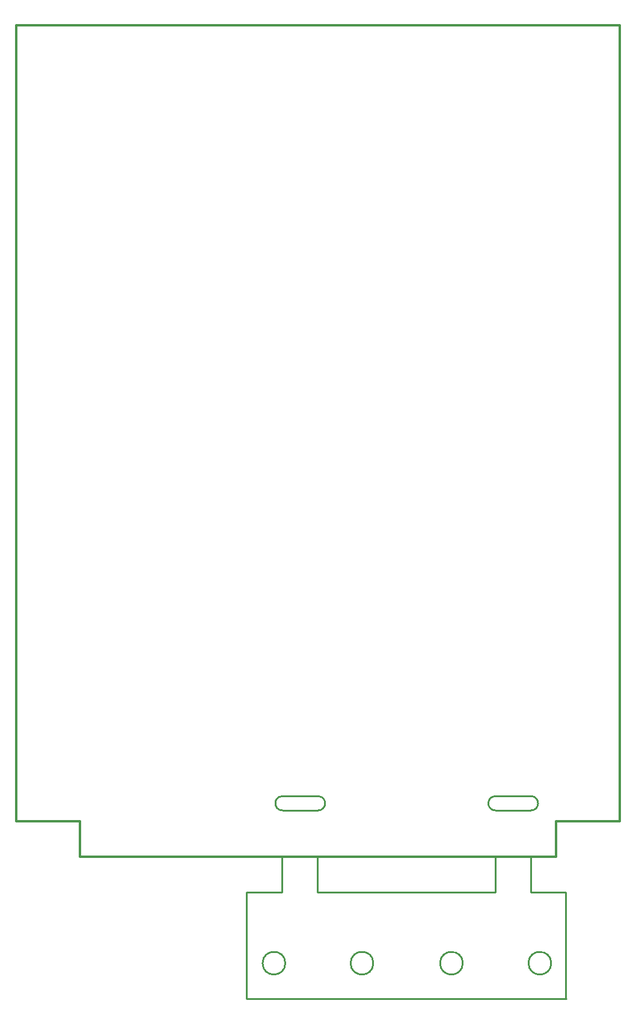
<source format=gko>
%FSLAX43Y43*%
%MOMM*%
G71*
G01*
G75*
%ADD10C,0.300*%
%ADD11R,1.600X1.800*%
%ADD12R,1.800X1.600*%
%ADD13R,3.500X2.600*%
%ADD14R,2.200X0.550*%
%ADD15R,2.200X0.550*%
%ADD16R,0.300X1.600*%
%ADD17C,0.075*%
%ADD18R,0.600X2.150*%
%ADD19R,1.200X2.000*%
%ADD20R,0.550X1.450*%
%ADD21R,0.550X1.450*%
%ADD22R,0.600X1.700*%
%ADD23R,0.850X1.300*%
%ADD24R,0.600X2.150*%
%ADD25R,1.700X0.600*%
%ADD26R,2.150X1.100*%
%ADD27R,2.150X1.100*%
%ADD28R,2.150X3.500*%
%ADD29C,0.400*%
%ADD30C,0.600*%
%ADD31C,0.500*%
%ADD32C,0.800*%
%ADD33C,1.600*%
%ADD34C,1.600*%
%ADD35R,1.600X1.600*%
%ADD36C,3.500*%
%ADD37C,2.000*%
%ADD38R,2.000X2.000*%
%ADD39R,1.400X1.400*%
%ADD40C,1.400*%
%ADD41C,1.300*%
%ADD42R,1.500X1.500*%
%ADD43C,1.500*%
%ADD44C,1.500*%
%ADD45C,1.200*%
%ADD46R,1.803X2.003*%
%ADD47R,2.003X1.803*%
%ADD48R,3.703X2.803*%
%ADD49R,2.403X0.753*%
%ADD50R,2.403X0.753*%
%ADD51R,0.503X1.803*%
%ADD52R,0.803X2.353*%
%ADD53R,1.403X2.203*%
%ADD54R,0.753X1.653*%
%ADD55R,0.753X1.653*%
%ADD56R,0.803X1.903*%
%ADD57R,1.053X1.503*%
%ADD58R,0.803X2.353*%
%ADD59R,1.903X0.803*%
%ADD60R,2.353X1.303*%
%ADD61R,2.353X1.303*%
%ADD62R,2.353X3.703*%
%ADD63C,1.803*%
%ADD64C,1.803*%
%ADD65R,1.803X1.803*%
%ADD66C,3.703*%
%ADD67C,2.203*%
%ADD68R,2.203X2.203*%
%ADD69R,1.603X1.603*%
%ADD70C,1.603*%
%ADD71C,1.503*%
%ADD72R,1.703X1.703*%
%ADD73C,1.703*%
%ADD74C,1.703*%
%ADD75C,1.403*%
%ADD76C,0.254*%
D10*
X0Y0D02*
X9000D01*
X76000D02*
X85000D01*
X76000Y-5000D02*
Y0D01*
X9000Y-5000D02*
X76000D01*
X9000D02*
Y0D01*
X0D02*
Y112000D01*
Y112000D02*
X85000Y112000D01*
Y0D02*
Y112000D01*
D76*
X72500Y1500D02*
G03*
X72500Y3500I0J1000D01*
G01*
X67500D02*
G03*
X67500Y1500I0J-1000D01*
G01*
X42500D02*
G03*
X42500Y3500I0J1000D01*
G01*
X37500D02*
G03*
X37500Y1500I0J-1000D01*
G01*
X75350Y-20000D02*
G03*
X75350Y-20000I-1600J0D01*
G01*
X62900D02*
G03*
X62900Y-20000I-1600J0D01*
G01*
X50300D02*
G03*
X50300Y-20000I-1600J0D01*
G01*
X37900D02*
G03*
X37900Y-20000I-1600J0D01*
G01*
X67500Y3500D02*
X72500D01*
X67500Y1500D02*
X72500D01*
X37500Y3500D02*
X42500D01*
X37500Y1500D02*
X42500D01*
X32400Y-10000D02*
X37450D01*
X32400Y-25000D02*
Y-10000D01*
X77350Y-24900D02*
X77450Y-25000D01*
X77350Y-24900D02*
Y-10000D01*
X72450D02*
X77350D01*
X42450D02*
X67450D01*
X72450D02*
Y-5000D01*
X67450D02*
X72450D01*
X67450Y-10000D02*
Y-5000D01*
X42450Y-10000D02*
Y-5000D01*
X37450D02*
X42450D01*
X37450Y-10000D02*
Y-5000D01*
X32400Y-25000D02*
X77450D01*
M02*

</source>
